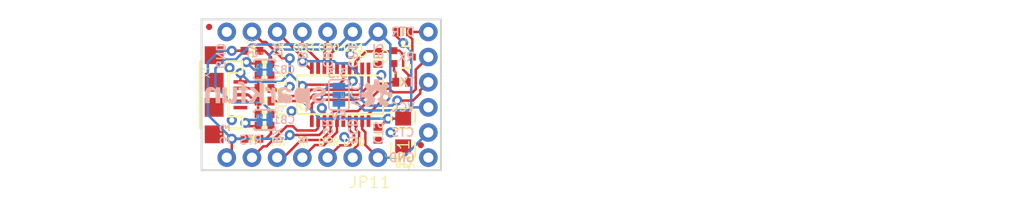
<source format=kicad_pcb>
(kicad_pcb (version 20211014) (generator pcbnew)
  (layers (0 "F.Cu" signal) (31 "B.Cu" signal) (34 "B.Paste" user) (35 "F.Paste" user) (36 "B.SilkS" user "B.Silkscreen") (37 "F.SilkS" user "F.Silkscreen") (38 "B.Mask" user) (39 "F.Mask" user) (44 "Edge.Cuts" user))
  (net 0 "")
  (net 1 "N$1")
  (net 2 "N$2")
  (net 3 "N$3")
  (net 4 "N$4")
  (net 5 "GND")
  (net 6 "VCC")
  (net 7 "CTS")
  (net 8 "TXD")
  (net 9 "RXD")
  (net 10 "DTR")
  (net 11 "3.3V")
  (net 12 "CBUS3")
  (net 13 "TXLED")
  (net 14 "RXLED")
  (net 15 "CBUS0")
  (net 16 "RI")
  (net 17 "DCD")
  (net 18 "DSR")
  (net 19 "RTS")
  (net 20 "N$5")
  (net 21 "N$6")
  (net 22 "N$7")
  (net 23 "N$8")
  (net 24 "RESET")
  (net 25 "VOUT")
  (net 26 "N$9")
  (footprint "boardEagle:1X06_NS" (layer "F.Cu") (at 159.2961 111.3536 90)
    (fp_text reference "JP1" (at -1.3462 -1.8288 90) (layer "F.SilkS") (effects (font (size 1.143 1.143) (thickness 0.127)) (justify left bottom)))
    (fp_text value "")
    (pad "1" thru_hole circle (at 0 0 180) (size 1.8796 1.8796) (drill 1.016) (layers *.Cu *.Mask) (net 5 "GND"))
    (pad "2" thru_hole circle (at 2.54 0 180) (size 1.8796 1.8796) (drill 1.016) (layers *.Cu *.Mask) (net 7 "CTS"))
    (pad "3" thru_hole circle (at 5.08 0 180) (size 1.8796 1.8796) (drill 1.016) (layers *.Cu *.Mask) (net 25 "VOUT"))
    (pad "4" thru_hole circle (at 7.62 0 180) (size 1.8796 1.8796) (drill 1.016) (layers *.Cu *.Mask) (net 8 "TXD"))
    (pad "5" thru_hole circle (at 10.16 0 180) (size 1.8796 1.8796) (drill 1.016) (layers *.Cu *.Mask) (net 9 "RXD"))
    (pad "6" thru_hole circle (at 12.7 0 180) (size 1.8796 1.8796) (drill 1.016) (layers *.Cu *.Mask) (net 24 "RESET"))
  )
  (footprint "boardEagle:0402-CAP" (layer "F.Cu") (at 154.2161 101.2698 -90)
    (fp_text reference "C5" (at -0.889 -0.6985 -90) (layer "F.SilkS") (effects (font (size 0.373888 0.373888) (thickness 0.032512)) (justify left bottom)))
    (fp_text value "0.1uF")
    (pad "1" smd rect (at -0.65 0 270) (size 0.7 0.9) (layers "F.Cu" "F.Paste" "F.Mask") (net 11 "3.3V"))
    (pad "2" smd rect (at 0.65 0 270) (size 0.7 0.9) (layers "F.Cu" "F.Paste" "F.Mask") (net 5 "GND"))
  )
  (footprint "boardEagle:0402-RES" (layer "F.Cu") (at 156.6545 103.7336)
    (fp_text reference "R5" (at -0.889 -0.6985) (layer "F.SilkS") (effects (font (size 0.373888 0.373888) (thickness 0.032512)) (justify left bottom)))
    (fp_text value "10k")
    (pad "1" smd rect (at -0.65 0) (size 0.7 0.9) (layers "F.Cu" "F.Paste" "F.Mask") (net 10 "DTR"))
    (pad "2" smd rect (at 0.65 0) (size 0.7 0.9) (layers "F.Cu" "F.Paste" "F.Mask") (net 11 "3.3V"))
  )
  (footprint "boardEagle:0402-RES" (layer "F.Cu") (at 156.7561 98.6536 180)
    (fp_text reference "R6" (at -0.889 -0.6985 180) (layer "F.SilkS") (effects (font (size 0.373888 0.373888) (thickness 0.032512)) (justify right top)))
    (fp_text value "10k")
    (pad "1" smd rect (at -0.65 0 180) (size 0.7 0.9) (layers "F.Cu" "F.Paste" "F.Mask") (net 24 "RESET"))
    (pad "2" smd rect (at 0.65 0 180) (size 0.7 0.9) (layers "F.Cu" "F.Paste" "F.Mask") (net 25 "VOUT"))
  )
  (footprint "boardEagle:SSOP20_L" (layer "F.Cu") (at 150.4061 105.0036)
    (fp_text reference "U1" (at 0 0) (layer "F.SilkS") (effects (font (size 0.376489 0.376489) (thickness 0.029911)) (justify left)))
    (fp_text value "FT231XS")
    (pad "1" smd rect (at -2.8575 2.6797 180) (size 0.381 1.143) (layers "F.Cu" "F.Paste" "F.Mask") (net 10 "DTR"))
    (pad "2" smd rect (at -2.2225 2.6797 180) (size 0.381 1.143) (layers "F.Cu" "F.Paste" "F.Mask") (net 19 "RTS"))
    (pad "3" smd rect (at -1.5875 2.6797 180) (size 0.381 1.143) (layers "F.Cu" "F.Paste" "F.Mask") (net 11 "3.3V"))
    (pad "4" smd rect (at -0.9525 2.6797 180) (size 0.381 1.143) (layers "F.Cu" "F.Paste" "F.Mask") (net 9 "RXD"))
    (pad "5" smd rect (at -0.3175 2.6797 180) (size 0.381 1.143) (layers "F.Cu" "F.Paste" "F.Mask") (net 16 "RI"))
    (pad "6" smd rect (at 0.3175 2.6797 180) (size 0.381 1.143) (layers "F.Cu" "F.Paste" "F.Mask") (net 5 "GND"))
    (pad "7" smd rect (at 0.9525 2.6797 180) (size 0.381 1.143) (layers "F.Cu" "F.Paste" "F.Mask") (net 18 "DSR"))
    (pad "8" smd rect (at 1.5875 2.6797 180) (size 0.381 1.143) (layers "F.Cu" "F.Paste" "F.Mask") (net 17 "DCD"))
    (pad "9" smd rect (at 2.2225 2.6797 180) (size 0.381 1.143) (layers "F.Cu" "F.Paste" "F.Mask") (net 7 "CTS"))
    (pad "10" smd rect (at 2.8575 2.6797 180) (size 0.381 1.143) (layers "F.Cu" "F.Paste" "F.Mask") (net 13 "TXLED"))
    (pad "11" smd rect (at 2.8575 -2.6797) (size 0.381 1.143) (layers "F.Cu" "F.Paste" "F.Mask") (net 2 "N$2"))
    (pad "12" smd rect (at 2.2225 -2.6797) (size 0.381 1.143) (layers "F.Cu" "F.Paste" "F.Mask") (net 1 "N$1"))
    (pad "13" smd rect (at 1.5875 -2.6797) (size 0.381 1.143) (layers "F.Cu" "F.Paste" "F.Mask") (net 11 "3.3V"))
    (pad "14" smd rect (at 0.9525 -2.6797) (size 0.381 1.143) (layers "F.Cu" "F.Paste" "F.Mask") (net 11 "3.3V"))
    (pad "15" smd rect (at 0.3175 -2.6797) (size 0.381 1.143) (layers "F.Cu" "F.Paste" "F.Mask") (net 6 "VCC"))
    (pad "16" smd rect (at -0.3175 -2.6797) (size 0.381 1.143) (layers "F.Cu" "F.Paste" "F.Mask") (net 5 "GND"))
    (pad "17" smd rect (at -0.9525 -2.6797) (size 0.381 1.143) (layers "F.Cu" "F.Paste" "F.Mask") (net 14 "RXLED"))
    (pad "18" smd rect (at -1.5875 -2.6797) (size 0.381 1.143) (layers "F.Cu" "F.Paste" "F.Mask") (net 15 "CBUS0"))
    (pad "19" smd rect (at -2.2225 -2.6797) (size 0.381 1.143) (layers "F.Cu" "F.Paste" "F.Mask") (net 12 "CBUS3"))
    (pad "20" smd rect (at -2.8575 -2.6797) (size 0.381 1.143) (layers "F.Cu" "F.Paste" "F.Mask") (net 8 "TXD"))
  )
  (footprint "boardEagle:EIA3216" (layer "F.Cu") (at 156.7561 108.8136 90)
    (fp_text reference "C1" (at -2.54 -1.381 90) (layer "F.SilkS") (effects (font (size 0.373888 0.373888) (thickness 0.032512)) (justify left bottom)))
    (fp_text value "10uF")
    (pad "A" smd rect (at 1.4 0 180) (size 1.6 1.4) (layers "F.Cu" "F.Paste" "F.Mask") (net 6 "VCC"))
    (pad "C" smd rect (at -1.4 0 180) (size 1.6 1.4) (layers "F.Cu" "F.Paste" "F.Mask") (net 5 "GND"))
  )
  (footprint "boardEagle:0402-CAP" (layer "F.Cu") (at 142.7861 106.9086)
    (fp_text reference "C3" (at -0.889 -0.6985) (layer "F.SilkS") (effects (font (size 0.373888 0.373888) (thickness 0.032512)) (justify left bottom)))
    (fp_text value "47pF")
    (pad "1" smd rect (at -0.65 0) (size 0.7 0.9) (layers "F.Cu" "F.Paste" "F.Mask") (net 3 "N$3"))
    (pad "2" smd rect (at 0.65 0) (size 0.7 0.9) (layers "F.Cu" "F.Paste" "F.Mask") (net 5 "GND"))
  )
  (footprint "boardEagle:CREATIVE_COMMONS" (layer "F.Cu") (at 136.4361 116.4336)
    (fp_text reference "FRAME1" hide)
    (fp_text value "FRAME-LETTER" hide)
  )
  (footprint "boardEagle:0402-RES" (layer "F.Cu") (at 142.7861 101.8286)
    (fp_text reference "R3" (at -0.889 -0.6985) (layer "F.SilkS") (effects (font (size 0.373888 0.373888) (thickness 0.032512)) (justify left bottom)))
    (fp_text value "1k")
    (pad "1" smd rect (at -0.65 0) (size 0.7 0.9) (layers "F.Cu" "F.Paste" "F.Mask") (net 22 "N$7"))
    (pad "2" smd rect (at 0.65 0) (size 0.7 0.9) (layers "F.Cu" "F.Paste" "F.Mask") (net 20 "N$5"))
  )
  (footprint "boardEagle:0402-RES" (layer "F.Cu") (at 142.7861 108.1786)
    (fp_text reference "R4" (at -0.889 -0.6985) (layer "F.SilkS") (effects (font (size 0.373888 0.373888) (thickness 0.032512)) (justify left bottom)))
    (fp_text value "1k")
    (pad "1" smd rect (at -0.65 0) (size 0.7 0.9) (layers "F.Cu" "F.Paste" "F.Mask") (net 23 "N$8"))
    (pad "2" smd rect (at 0.65 0) (size 0.7 0.9) (layers "F.Cu" "F.Paste" "F.Mask") (net 21 "N$6"))
  )
  (footprint "boardEagle:0402-CAP" (layer "F.Cu") (at 142.7861 103.0986)
    (fp_text reference "C4" (at -0.889 -0.6985) (layer "F.SilkS") (effects (font (size 0.373888 0.373888) (thickness 0.032512)) (justify left bottom)))
    (fp_text value "47pF")
    (pad "1" smd rect (at -0.65 0) (size 0.7 0.9) (layers "F.Cu" "F.Paste" "F.Mask") (net 4 "N$4"))
    (pad "2" smd rect (at 0.65 0) (size 0.7 0.9) (layers "F.Cu" "F.Paste" "F.Mask") (net 5 "GND"))
  )
  (footprint "boardEagle:USB-MICROB" (layer "F.Cu") (at 137.7061 105.0036 -90)
    (fp_text reference "X1" (at -1.6 0.35 -90) (layer "F.SilkS") (effects (font (size 0.70104 0.70104) (thickness 0.06096)) (justify left bottom)))
    (fp_text value "USB-MICROB")
    (pad "D+" smd rect (at 0 -2.65) (size 1.4 0.35) (layers "F.Cu" "F.Paste" "F.Mask") (net 3 "N$3"))
    (pad "D-" smd rect (at -0.65 -2.65) (size 1.4 0.35) (layers "F.Cu" "F.Paste" "F.Mask") (net 4 "N$4"))
    (pad "GND" smd rect (at 1.3 -2.65) (size 1.4 0.35) (layers "F.Cu" "F.Paste" "F.Mask") (net 5 "GND"))
    (pad "ID" smd rect (at 0.65 -2.65) (size 1.4 0.35) (layers "F.Cu" "F.Paste" "F.Mask"))
    (pad "MT1" smd rect (at -4 0 270) (size 1.8 1.9) (layers "F.Cu" "F.Paste" "F.Mask") (net 5 "GND"))
    (pad "MT2" smd rect (at 4 0 270) (size 1.8 1.9) (layers "F.Cu" "F.Paste" "F.Mask") (net 5 "GND"))
    (pad "P$1" smd rect (at -1.27 0 270) (size 1.9 1.9) (layers "F.Cu" "F.Paste" "F.Mask"))
    (pad "P$2" smd rect (at 1.27 0 270) (size 1.9 1.9) (layers "F.Cu" "F.Paste" "F.Mask"))
    (pad "VBUS" smd rect (at -1.3 -2.65) (size 1.4 0.35) (layers "F.Cu" "F.Paste" "F.Mask") (net 6 "VCC"))
  )
  (footprint "boardEagle:1X07_NS" (layer "F.Cu") (at 154.2161 98.6536 180)
    (fp_text reference "JP10" (at -1.3462 -1.8288 180) (layer "F.SilkS") (effects (font (size 1.143 1.143) (thickness 0.127)) (justify right top)))
    (fp_text value "")
    (pad "1" thru_hole circle (at 0 0 270) (size 1.8796 1.8796) (drill 1.016) (layers *.Cu *.Mask) (net 13 "TXLED"))
    (pad "2" thru_hole circle (at 2.54 0 270) (size 1.8796 1.8796) (drill 1.016) (layers *.Cu *.Mask) (net 14 "RXLED"))
    (pad "3" thru_hole circle (at 5.08 0 270) (size 1.8796 1.8796) (drill 1.016) (layers *.Cu *.Mask) (net 15 "CBUS0"))
    (pad "4" thru_hole circle (at 7.62 0 270) (size 1.8796 1.8796) (drill 1.016) (layers *.Cu *.Mask) (net 12 "CBUS3"))
    (pad "5" thru_hole circle (at 10.16 0 270) (size 1.8796 1.8796) (drill 1.016) (layers *.Cu *.Mask) (net 8 "TXD"))
    (pad "6" thru_hole circle (at 12.7 0 270) (size 1.8796 1.8796) (drill 1.016) (layers *.Cu *.Mask) (net 6 "VCC"))
    (pad "7" thru_hole circle (at 15.24 0 270) (size 1.8796 1.8796) (drill 1.016) (layers *.Cu *.Mask) (net 5 "GND"))
  )
  (footprint "boardEagle:LED-0603" (layer "F.Cu") (at 141.5161 109.4486 -90)
    (fp_text reference "LED1" (at -0.6985 0.889) (layer "F.SilkS") (effects (font (size 0.373888 0.373888) (thickness 0.032512)) (justify left bottom)))
    (fp_text value "RED")
    (pad "A" smd rect (at 0 0.75 270) (size 0.8 0.8) (layers "F.Cu" "F.Paste" "F.Mask") (net 11 "3.3V"))
    (pad "C" smd rect (at 0 -0.75 270) (size 0.8 0.8) (layers "F.Cu" "F.Paste" "F.Mask") (net 21 "N$6"))
  )
  (footprint "boardEagle:0402-CAP" (layer "F.Cu") (at 154.2161 108.9406 -90)
    (fp_text reference "C2" (at -0.889 -0.6985 -90) (layer "F.SilkS") (effects (font (size 0.373888 0.373888) (thickness 0.032512)) (justify left bottom)))
    (fp_text value "0.1uF")
    (pad "1" smd rect (at -0.65 0 270) (size 0.7 0.9) (layers "F.Cu" "F.Paste" "F.Mask") (net 6 "VCC"))
    (pad "2" smd rect (at 0.65 0 270) (size 0.7 0.9) (layers "F.Cu" "F.Paste" "F.Mask") (net 5 "GND"))
  )
  (footprint "boardEagle:0402-RES" (layer "F.Cu") (at 142.7861 105.6386 180)
    (fp_text reference "R2" (at -0.889 -0.6985 180) (layer "F.SilkS") (effects (font (size 0.373888 0.373888) (thickness 0.032512)) (justify right top)))
    (fp_text value "27")
    (pad "1" smd rect (at -0.65 0 180) (size 0.7 0.9) (layers "F.Cu" "F.Paste" "F.Mask") (net 2 "N$2"))
    (pad "2" smd rect (at 0.65 0 180) (size 0.7 0.9) (layers "F.Cu" "F.Paste" "F.Mask") (net 3 "N$3"))
  )
  (footprint "boardEagle:1X07_NS" (layer "F.Cu") (at 154.2161 111.3536 180)
    (fp_text reference "JP11" (at -1.3462 -1.8288 180) (layer "F.SilkS") (effects (font (size 1.143 1.143) (thickness 0.127)) (justify right top)))
    (fp_text value "")
    (pad "1" thru_hole circle (at 0 0 270) (size 1.8796 1.8796) (drill 1.016) (layers *.Cu *.Mask) (net 7 "CTS"))
    (pad "2" thru_hole circle (at 2.54 0 270) (size 1.8796 1.8796) (drill 1.016) (layers *.Cu *.Mask) (net 17 "DCD"))
    (pad "3" thru_hole circle (at 5.08 0 270) (size 1.8796 1.8796) (drill 1.016) (layers *.Cu *.Mask) (net 18 "DSR"))
    (pad "4" thru_hole circle (at 7.62 0 270) (size 1.8796 1.8796) (drill 1.016) (layers *.Cu *.Mask) (net 16 "RI"))
    (pad "5" thru_hole circle (at 10.16 0 270) (size 1.8796 1.8796) (drill 1.016) (layers *.Cu *.Mask) (net 9 "RXD"))
    (pad "6" thru_hole circle (at 12.7 0 270) (size 1.8796 1.8796) (drill 1.016) (layers *.Cu *.Mask) (net 19 "RTS"))
    (pad "7" thru_hole circle (at 15.24 0 270) (size 1.8796 1.8796) (drill 1.016) (layers *.Cu *.Mask) (net 11 "3.3V"))
  )
  (footprint "boardEagle:0402-RES" (layer "F.Cu") (at 142.7861 104.3686)
    (fp_text reference "R1" (at -0.889 -0.6985) (layer "F.SilkS") (effects (font (size 0.373888 0.373888) (thickness 0.032512)) (justify left bottom)))
    (fp_text value "27")
    (pad "1" smd rect (at -0.65 0) (size 0.7 0.9) (layers "F.Cu" "F.Paste" "F.Mask") (net 4 "N$4"))
    (pad "2" smd rect (at 0.65 0) (size 0.7 0.9) (layers "F.Cu" "F.Paste" "F.Mask") (net 1 "N$1"))
  )
  (footprint "boardEagle:SOT323" (layer "F.Cu") (at 156.7561 101.1936 -90)
    (fp_text reference "Q1" (at -1.1255 -1.878 -90) (layer "F.SilkS") (effects (font (size 0.373888 0.373888) (thickness 0.032512)) (justify left bottom)))
    (fp_text value "2N7002PW")
    (pad "1" smd rect (at -0.65 0.925 270) (size 0.7 0.7) (layers "F.Cu" "F.Paste" "F.Mask") (net 11 "3.3V"))
    (pad "2" smd rect (at 0.65 0.925 270) (size 0.7 0.7) (layers "F.Cu" "F.Paste" "F.Mask") (net 10 "DTR"))
    (pad "3" smd rect (at 0 -0.925 270) (size 0.7 0.7) (layers "F.Cu" "F.Paste" "F.Mask") (net 24 "RESET"))
  )
  (footprint "boardEagle:LED-0603" (layer "F.Cu") (at 141.5161 100.5586 -90)
    (fp_text reference "LED2" (at -0.6985 0.889) (layer "F.SilkS") (effects (font (size 0.373888 0.373888) (thickness 0.032512)) (justify left bottom)))
    (fp_text value "YELLOW")
    (pad "A" smd rect (at 0 0.75 270) (size 0.8 0.8) (layers "F.Cu" "F.Paste" "F.Mask") (net 11 "3.3V"))
    (pad "C" smd rect (at 0 -0.75 270) (size 0.8 0.8) (layers "F.Cu" "F.Paste" "F.Mask") (net 20 "N$5"))
  )
  (footprint "boardEagle:MICRO-FIDUCIAL" (layer "F.Cu") (at 137.1981 98.1456)
    (fp_text reference "JP3" hide)
    (fp_text value "FIDUCIALUFIDUCIAL" hide)
    (pad "1" smd roundrect (at 0 0) (size 0.635 0.635) (layers "F.Cu" "F.Mask") (roundrect_rratio 0.5))
  )
  (footprint "boardEagle:MICRO-FIDUCIAL" (layer "F.Cu") (at 158.5341 110.0836)
    (fp_text reference "JP4" hide)
    (fp_text value "FIDUCIALUFIDUCIAL" hide)
    (pad "1" smd roundrect (at 0 0) (size 0.635 0.635) (layers "F.Cu" "F.Mask") (roundrect_rratio 0.5))
  )
  (footprint "boardEagle:SFE-NEW-WEB" (layer "B.Cu") (at 149.0091 106.7816 180)
    (fp_text reference "JP2" hide)
    (fp_text value "LOGO-SFENW2" hide)
  )
  (footprint "boardEagle:OSHW-LOGO-S" (layer "B.Cu") (at 154.0891 105.0036 180)
    (fp_text reference "U$1" hide)
    (fp_text value "OSHW-LOGOS" hide)
  )
  (footprint "boardEagle:SJ_3" (layer "B.Cu") (at 150.2791 105.0036 -90)
    (fp_text reference "SJ1" (at -1.27 1.27 90) (layer "B.SilkS") (effects (font (size 0.373888 0.373888) (thickness 0.032512)) (justify left bottom mirror)))
    (fp_text value "")
    (pad "1" smd rect (at -0.889 0 270) (size 0.635 1.27) (layers "B.Cu" "B.Mask") (net 11 "3.3V"))
    (pad "2" smd rect (at 0 0 270) (size 0.635 1.27) (layers "B.Cu" "B.Mask") (net 25 "VOUT"))
    (pad "3" smd rect (at 0.889 0 270) (size 0.635 1.27) (layers "B.Cu" "B.Mask") (net 6 "VCC"))
  )
  (footprint "boardEagle:SJ_2S-TRACE" (layer "B.Cu") (at 142.7861 107.5436 180)
    (fp_text reference "SJ3" (at -0.9525 1.27) (layer "B.SilkS") (effects (font (size 0.373888 0.373888) (thickness 0.032512)) (justify right top mirror)))
    (fp_text value "RXLED")
    (fp_line (start -0.381 0) (end 0.381 0) (layer "B.Cu") (width 0.2032))
    (pad "1" smd rect (at -0.508 0 180) (size 0.635 1.27) (layers "B.Cu" "B.Mask") (net 14 "RXLED"))
    (pad "2" smd rect (at 0.508 0 180) (size 0.635 1.27) (layers "B.Cu" "B.Mask") (net 23 "N$8"))
  )
  (footprint "boardEagle:SJ_2S-TRACE" (layer "B.Cu") (at 142.7861 102.4636 180)
    (fp_text reference "SJ2" (at -0.9525 1.27) (layer "B.SilkS") (effects (font (size 0.373888 0.373888) (thickness 0.032512)) (justify right top mirror)))
    (fp_text value "TXLED")
    (fp_line (start -0.381 0) (end 0.381 0) (layer "B.Cu") (width 0.2032))
    (pad "1" smd rect (at -0.508 0 180) (size 0.635 1.27) (layers "B.Cu" "B.Mask") (net 13 "TXLED"))
    (pad "2" smd rect (at 0.508 0 180) (size 0.635 1.27) (layers "B.Cu" "B.Mask") (net 22 "N$7"))
  )
  (gr_line (start 136.4361 97.3836) (end 136.4361 112.6236) (layer "Edge.Cuts") (width 0.2032))
  (gr_line (start 136.4361 112.6236) (end 160.5661 112.6236) (layer "Edge.Cuts") (width 0.2032))
  (gr_line (start 160.5661 97.3836) (end 136.4361 97.3836) (layer "Edge.Cuts") (width 0.2032))
  (gr_line (start 160.5661 112.6236) (end 160.5661 97.3836) (layer "Edge.Cuts") (width 0.2032))
  (gr_text "RX" (at 144.0561 110.0836 -90) (layer "B.SilkS") (effects (font (size 0.8636 0.8636) (thickness 0.1524)) (justify left mirror)))
  (gr_text "DTR" (at 158.0261 98.6536) (layer "B.SilkS") (effects (font (size 0.8636 0.8636) (thickness 0.1524)) (justify left mirror)))
  (gr_text "TX" (at 144.0561 99.6696 -90) (layer "B.SilkS") (effects (font (size 0.8636 0.8636) (thickness 0.1524)) (justify right mirror)))
  (gr_text "CTS" (at 154.2161 110.0836 -90) (layer "B.SilkS") (effects (font (size 0.8636 0.8636) (thickness 0.1524)) (justify left mirror)))
  (gr_text "VCC" (at 158.0261 106.2736) (layer "B.SilkS") (effects (font (size 0.8636 0.8636) (thickness 0.1524)) (justify left mirror)))
  (gr_text "CB1" (at 143.5481 107.5436) (layer "B.SilkS") (effects (font (size 0.75565 0.75565) (thickness 0.13335)) (justify right mirror)))
  (gr_text "3.3" (at 150.1521 103.3526) (layer "B.SilkS") (effects (font (size 0.8636 0.8636) (thickness 0.1524)) (justify bottom mirror)))
  (gr_text "CB3" (at 146.5961 99.6696 -90) (layer "B.SilkS") (effects (font (size 0.8636 0.8636) (thickness 0.1524)) (justify right mirror)))
  (gr_text "CB0" (at 149.1361 99.6696 -90) (layer "B.SilkS") (effects (font (size 0.8636 0.8636) (thickness 0.1524)) (justify right mirror)))
  (gr_text "5V" (at 150.2791 106.6546) (layer "B.SilkS") (effects (font (size 0.8636 0.8636) (thickness 0.1524)) (justify top mirror)))
  (gr_text "3.3" (at 138.7221 110.0836 -90) (layer "B.SilkS") (effects (font (size 0.8636 0.8636) (thickness 0.1524)) (justify left mirror)))
  (gr_text "DSR" (at 149.1361 110.0836 -90) (layer "B.SilkS") (effects (font (size 0.8636 0.8636) (thickness 0.1524)) (justify left mirror)))
  (gr_text "RI" (at 146.5961 110.0836 -90) (layer "B.SilkS") (effects (font (size 0.8636 0.8636) (thickness 0.1524)) (justify left mirror)))
  (gr_text "CB2" (at 143.5481 102.4636) (layer "B.SilkS") (effects (font (size 0.75565 0.75565) (thickness 0.13335)) (justify right mirror)))
  (gr_text "GND" (at 138.3411 99.6696 -90) (layer "B.SilkS") (effects (font (size 0.8636 0.8636) (thickness 0.1524)) (justify right mirror)))
  (gr_text "CTS" (at 157.979881 108.798194) (layer "B.SilkS") (effects (font (size 0.8636 0.8636) (thickness 0.1524)) (justify left mirror)))
  (gr_text "GND" (at 158.0261 111.3536) (layer "B.SilkS") (effects (font (size 0.8636 0.8636) (thickness 0.1524)) (justify left mirror)))
  (gr_text "CB2" (at 154.2161 99.6696 -90) (layer "B.SilkS") (effects (font (size 0.8636 0.8636) (thickness 0.1524)) (justify right mirror)))
  (gr_text "DCD" (at 151.6761 110.0836 -90) (layer "B.SilkS") (effects (font (size 0.8636 0.8636) (thickness 0.1524)) (justify left mirror)))
  (gr_text "RX" (at 158.0261 101.1936) (layer "B.SilkS") (effects (font (size 0.8636 0.8636) (thickness 0.1524)) (justify left mirror)))
  (gr_text "RTS" (at 141.3891 110.0836) (layer "B.SilkS") (effects (font (size 0.8636 0.8636) (thickness 0.1524)) (justify bottom mirror)))
  (gr_text "VCC" (at 151.9301 106.2736 -90) (layer "B.SilkS") (effects (font (size 0.8636 0.8636) (thickness 0.1524)) (justify left mirror)))
  (gr_text "TX" (at 158.0261 103.7336) (layer "B.SilkS") (effects (font (size 0.8636 0.8636) (thickness 0.1524)) (justify left mirror)))
  (gr_text "5V" (at 141.5161 99.6696 -90) (layer "B.SilkS") (effects (font (size 0.8636 0.8636) (thickness 0.1524)) (justify right mirror)))
  (gr_text "CB1" (at 151.6761 99.6696 -90) (layer "B.SilkS") (effects (font (size 0.8636 0.8636) (thickness 0.1524)) (justify right mirror)))
  (gr_text "DCD" (at 151.8031 109.3216) (layer "F.SilkS") (effects (font (size 0.75565 0.75565) (thickness 0.13335)) (justify top)))
  (gr_text "CB3" (at 146.7231 100.6856) (layer "F.SilkS") (effects (font (size 0.75565 0.75565) (thickness 0.13335)) (justify bottom)))
  (gr_text "TX" (at 144.1831 100.6856) (layer "F.SilkS") (effects (font (size 0.75565 0.75565) (thickness 0.13335)) (justify bottom)))
  (gr_text "CB0" (at 149.2631 100.6856) (layer "F.SilkS") (effects (font (size 0.75565 0.75565) (thickness 0.13335)) (justify bottom)))
  (gr_text "BLK" (at 158.1023 111.9632) (layer "F.SilkS") (effects (font (size 0.75565 0.75565) (thickness 0.13335)) (justify right)))
  (gr_text "FT231X" (at 144.0561 104.8766 90) (layer "F.SilkS") (effects (font (size 0.8636 0.8636) (thickness 0.1524)) (justify top)))
  (gr_text "RX" (at 144.1831 109.3216) (layer "F.SilkS") (effects (font (size 0.75565 0.75565) (thickness 0.13335)) (justify top)))
  (gr_text "CB1" (at 151.8031 100.6856) (layer "F.SilkS") (effects (font (size 0.75565 0.75565) (thickness 0.13335)) (justify bottom)))
  (gr_text "DSR" (at 149.2631 109.3216) (layer "F.SilkS") (effects (font (size 0.75565 0.75565) (thickness 0.13335)) (justify top)))
  (gr_text "RI" (at 146.7231 109.3216) (layer "F.SilkS") (effects (font (size 0.75565 0.75565) (thickness 0.13335)) (justify top)))
  (segment (start 144.5641 105.1306) (end 146.8501 105.1306) (width 0.254) (layer "F.Cu") (net 1))
  (segment (start 146.8501 105.1306) (end 147.4851 104.4956) (width 0.254) (layer "F.Cu") (net 1))
  (segment (start 147.4851 104.4956) (end 152.1841 104.4956) (width 0.254) (layer "F.Cu") (net 1))
  (segment (start 143.8021 104.3686) (end 144.5641 105.1306) (width 0.254) (layer "F.Cu") (net 1))
  (segment (start 152.6286 102.3239) (end 152.6286 104.0511) (width 0.254) (layer "F.Cu") (net 1))
  (segment (start 152.1841 104.4956) (end 152.6286 104.0511) (width 0.254) (layer "F.Cu") (net 1))
  (segment (start 143.4361 104.3686) (end 143.8021 104.3686) (width 0.254) (layer "F.Cu") (net 1))
  (segment (start 147.7391 105.0036) (end 152.3619 105.0036) (width 0.254) (layer "F.Cu") (net 2))
  (segment (start 153.2636 102.3239) (end 153.2636 104.1019) (width 0.254) (layer "F.Cu") (net 2))
  (segment (start 147.1041 105.6386) (end 147.7391 105.0036) (width 0.254) (layer "F.Cu") (net 2))
  (segment (start 152.3619 105.0036) (end 153.2636 104.1019) (width 0.254) (layer "F.Cu") (net 2))
  (segment (start 143.4361 105.6386) (end 147.1041 105.6386) (width 0.254) (layer "F.Cu") (net 2))
  (segment (start 141.1351 105.0036) (end 141.7701 105.6386) (width 0.254) (layer "F.Cu") (net 3))
  (segment (start 140.3561 105.0036) (end 141.1351 105.0036) (width 0.254) (layer "F.Cu") (net 3))
  (segment (start 142.1361 106.9086) (end 142.1361 105.6386) (width 0.254) (layer "F.Cu") (net 3))
  (segment (start 142.1361 105.6386) (end 141.7701 105.6386) (width 0.254) (layer "F.Cu") (net 3))
  (segment (start 142.1361 104.3686) (end 142.1361 103.0986) (width 0.254) (layer "F.Cu") (net 4))
  (segment (start 140.3561 104.3536) (end 142.1211 104.3536) (width 0.254) (layer "F.Cu") (net 4))
  (segment (start 142.1211 104.3536) (end 142.1361 104.3686) (width 0.254) (layer "F.Cu") (net 4))
  (via (at 139.2555 102.2858) (size 1.016) (drill 0.508) (layers "F.Cu" "B.Cu") (net 5))
  (via (at 145.5039 106.6546) (size 1.016) (drill 0.508) (layers "F.Cu" "B.Cu") (net 5))
  (via (at 155.4861 108.8136) (size 1.016) (drill 0.508) (layers "F.Cu" "B.Cu") (net 5))
  (via (at 151.4475 100.8888) (size 1.016) (drill 0.508) (layers "F.Cu" "B.Cu") (net 5))
  (via (at 150.8252 109.2708) (size 1.016) (drill 0.508) (layers "F.Cu" "B.Cu") (net 5))
  (via (at 139.4841 107.569) (size 1.016) (drill 0.508) (layers "F.Cu" "B.Cu") (net 5))
  (via (at 154.5463 102.997) (size 1.016) (drill 0.508) (layers "F.Cu" "B.Cu") (net 5))
  (via (at 145.3261 104.1908) (size 1.016) (drill 0.508) (layers "F.Cu" "B.Cu") (net 5))
  (segment (start 154.2161 108.2906) (end 154.3581 108.2906) (width 0.254) (layer "F.Cu") (net 6))
  (segment (start 156.7531 107.4166) (end 156.7561 107.4136) (width 0.254) (layer "F.Cu") (net 6))
  (segment (start 140.3561 103.7036) (end 140.3561 102.8146) (width 0.254) (layer "F.Cu") (net 6))
  (segment (start 142.9131 99.6696) (end 144.5641 101.3206) (width 0.254) (layer "F.Cu") (net 6))
  (segment (start 150.2791 103.9876) (end 146.7231 103.9876) (width 0.254) (layer "F.Cu") (net 6))
  (segment (start 144.5641 101.3206) (end 145.3261 101.3206) (width 0.254) (layer "F.Cu") (net 6))
  (segment (start 150.7236 102.3239) (end 150.7236 103.5431) (width 0.254) (layer "F.Cu") (net 6))
  (segment (start 142.5321 99.6696) (end 142.9131 99.6696) (width 0.254) (layer "F.Cu") (net 6))
  (segment (start 154.3581 108.2906) (end 155.2321 107.4166) (width 0.254) (layer "F.Cu") (net 6))
  (segment (start 146.7231 103.9876) (end 146.5961 104.1146) (width 0.254) (layer "F.Cu") (net 6))
  (segment (start 150.7236 103.5431) (end 150.2791 103.9876) (width 0.254) (layer "F.Cu") (net 6))
  (segment (start 155.2321 107.4166) (end 156.7531 107.4166) (width 0.254) (layer "F.Cu") (net 6))
  (segment (start 142.5321 99.6696) (end 141.5161 98.6536) (width 0.254) (layer "F.Cu") (net 6))
  (via (at 145.3261 101.3206) (size 1.016) (drill 0.508) (layers "F.Cu" "B.Cu") (net 6))
  (via (at 146.5961 104.1146) (size 1.016) (drill 0.508) (layers "F.Cu" "B.Cu") (net 6))
  (via (at 140.3561 102.8146) (size 1.016) (drill 0.508) (layers "F.Cu" "B.Cu") (net 6))
  (via (at 155.2321 107.4166) (size 1.016) (drill 0.508) (layers "F.Cu" "B.Cu") (net 6))
  (segment (start 140.3561 102.8146) (end 141.2451 103.7036) (width 0.254) (layer "B.Cu") (net 6))
  (segment (start 145.3261 102.8446) (end 144.4671 103.7036) (width 0.254) (layer "B.Cu") (net 6))
  (segment (start 150.2791 105.8926) (end 150.2791 107.4166) (width 0.254) (layer "B.Cu") (net 6))
  (segment (start 145.3261 102.8446) (end 145.3261 101.3206) (width 0.254) (layer "B.Cu") (net 6))
  (segment (start 150.2791 107.4166) (end 148.3741 107.4166) (width 0.254) (layer "B.Cu") (net 6))
  (segment (start 145.3261 102.8446) (end 146.5961 104.1146) (width 0.254) (layer "B.Cu") (net 6))
  (segment (start 146.5961 105.6386) (end 148.3741 107.4166) (width 0.254) (layer "B.Cu") (net 6))
  (segment (start 141.2451 103.7036) (end 144.4671 103.7036) (width 0.254) (layer "B.Cu") (net 6))
  (segment (start 155.2321 107.4166) (end 150.2791 107.4166) (width 0.254) (layer "B.Cu") (net 6))
  (segment (start 146.5961 104.1146) (end 146.5961 105.6386) (width 0.254) (layer "B.Cu") (net 6))
  (segment (start 152.9461 108.7882) (end 152.9461 110.0836) (width 0.254) (layer "F.Cu") (net 7))
  (segment (start 152.9461 110.0836) (end 154.2161 111.3536) (width 0.254) (layer "F.Cu") (net 7))
  (segment (start 152.6286 108.4707) (end 152.9461 108.7882) (width 0.254) (layer "F.Cu") (net 7))
  (segment (start 152.6286 107.6833) (end 152.6286 108.4707) (width 0.254) (layer "F.Cu") (net 7))
  (segment (start 156.7561 111.3536) (end 159.2961 108.8136) (width 0.254) (layer "B.Cu") (net 7))
  (segment (start 154.2161 111.3536) (end 156.7561 111.3536) (width 0.254) (layer "B.Cu") (net 7))
  (segment (start 157.7467 105.5878) (end 158.4833 104.8512) (width 0.254) (layer "F.Cu") (net 8))
  (segment (start 156.1719 105.5878) (end 157.7467 105.5878) (width 0.254) (layer "F.Cu") (net 8))
  (segment (start 146.6088 101.6127) (end 146.6088 101.2063) (width 0.254) (layer "F.Cu") (net 8))
  (segment (start 147.32 102.3239) (end 146.6088 101.6127) (width 0.254) (layer "F.Cu") (net 8))
  (segment (start 146.6088 101.2063) (end 144.0561 98.6536) (width 0.254) (layer "F.Cu") (net 8))
  (segment (start 147.5486 102.3239) (end 147.32 102.3239) (width 0.254) (layer "F.Cu") (net 8))
  (segment (start 158.4833 104.8512) (end 158.4833 104.5464) (width 0.254) (layer "F.Cu") (net 8))
  (segment (start 158.4833 104.5464) (end 159.2961 103.7336) (width 0.254) (layer "F.Cu") (net 8))
  (via (at 146.6088 101.6127) (size 1.016) (drill 0.508) (layers "F.Cu" "B.Cu") (net 8))
  (via (at 156.1719 105.5878) (size 1.016) (drill 0.508) (layers "F.Cu" "B.Cu") (net 8))
  (segment (start 150.0251 101.8286) (end 151.1681 101.8286) (width 0.254) (layer "B.Cu") (net 8))
  (segment (start 153.1493 106.0958) (end 155.6639 106.0958) (width 0.254) (layer "B.Cu") (net 8))
  (segment (start 152.5651 105.5116) (end 153.1493 106.0958) (width 0.254) (layer "B.Cu") (net 8))
  (segment (start 152.5651 103.2256) (end 152.5651 105.5116) (width 0.254) (layer "B.Cu") (net 8))
  (segment (start 155.6639 106.0958) (end 156.1719 105.5878) (width 0.254) (layer "B.Cu") (net 8))
  (segment (start 149.8092 101.6127) (end 150.0251 101.8286) (width 0.254) (layer "B.Cu") (net 8))
  (segment (start 146.6088 101.6127) (end 149.8092 101.6127) (width 0.254) (layer "B.Cu") (net 8))
  (segment (start 151.1681 101.8286) (end 152.5651 103.2256) (width 0.254) (layer "B.Cu") (net 8))
  (segment (start 149.4536 107.6833) (end 149.4536 108.6485) (width 0.254) (layer "F.Cu") (net 9))
  (segment (start 152.2095 106.6546) (end 154.4701 104.394) (width 0.254) (layer "F.Cu") (net 9))
  (segment (start 158.0261 102.4636) (end 159.2961 101.1936) (width 0.254) (layer "F.Cu") (net 9))
  (segment (start 146.4691 109.5756) (end 148.5265 109.5756) (width 0.254) (layer "F.Cu") (net 9))
  (segment (start 155.3591 104.394) (end 155.7147 104.7496) (width 0.254) (layer "F.Cu") (net 9))
  (segment (start 158.0261 104.4448) (end 158.0261 102.4636) (width 0.254) (layer "F.Cu") (net 9))
  (segment (start 144.0561 111.3536) (end 144.6911 111.3536) (width 0.254) (layer "F.Cu") (net 9))
  (segment (start 157.7213 104.7496) (end 158.0261 104.4448) (width 0.254) (layer "F.Cu") (net 9))
  (segment (start 154.4701 104.394) (end 155.3591 104.394) (width 0.254) (layer "F.Cu") (net 9))
  (segment (start 155.7147 104.7496) (end 157.7213 104.7496) (width 0.254) (layer "F.Cu") (net 9))
  (segment (start 149.4536 107.6833) (end 149.4536 106.9975) (width 0.254) (layer "F.Cu") (net 9))
  (segment (start 144.6911 111.3536) (end 146.4691 109.5756) (width 0.254) (layer "F.Cu") (net 9))
  (segment (start 149.4536 106.9975) (end 149.7965 106.6546) (width 0.254) (layer "F.Cu") (net 9))
  (segment (start 149.7965 106.6546) (end 152.2095 106.6546) (width 0.254) (layer "F.Cu") (net 9))
  (segment (start 149.4536 108.6485) (end 148.5265 109.5756) (width 0.254) (layer "F.Cu") (net 9))
  (segment (start 154.1907 103.886) (end 152.5651 105.5116) (width 0.254) (layer "F.Cu") (net 10))
  (segment (start 147.5486 107.6833) (end 147.5486 105.9561) (width 0.254) (layer "F.Cu") (net 10))
  (segment (start 155.3337 103.886) (end 154.1907 103.886) (width 0.254) (layer "F.Cu") (net 10))
  (segment (start 147.9931 105.5116) (end 152.5651 105.5116) (width 0.254) (layer "F.Cu") (net 10))
  (segment (start 147.5486 105.9561) (end 147.9931 105.5116) (width 0.254) (layer "F.Cu") (net 10))
  (segment (start 155.8311 102.5546) (end 156.0045 102.728) (width 0.254) (layer "F.Cu") (net 10))
  (segment (start 156.0045 103.7336) (end 156.0045 102.728) (width 0.254) (layer "F.Cu") (net 10))
  (segment (start 155.4861 103.7336) (end 155.3337 103.886) (width 0.254) (layer "F.Cu") (net 10))
  (segment (start 155.8311 101.8436) (end 155.8311 102.5546) (width 0.254) (layer "F.Cu") (net 10))
  (segment (start 156.0045 103.7336) (end 155.4861 103.7336) (width 0.254) (layer "F.Cu") (net 10))
  (segment (start 139.4841 109.4486) (end 139.4841 110.8456) (width 0.254) (layer "F.Cu") (net 11))
  (segment (start 153.0119 100.6198) (end 151.9936 101.6381) (width 0.254) (layer "F.Cu") (net 11))
  (segment (start 148.8186 106.6038) (end 148.5646 106.3498) (width 0.254) (layer "F.Cu") (net 11))
  (segment (start 151.3586 102.3239) (end 151.3586 103.2891) (width 0.254) (layer "F.Cu") (net 11))
  (segment (start 139.4841 110.8456) (end 138.9761 111.3536) (width 0.254) (layer "F.Cu") (net 11))
  (segment (start 156.7561 100.9396) (end 156.3601 100.5436) (width 0.254) (layer "F.Cu") (net 11))
  (segment (start 145.3261 109.0676) (end 148.2979 109.0676) (width 0.254) (layer "F.Cu") (net 11))
  (segment (start 157.3045 103.012) (end 156.7561 102.4636) (width 0.254) (layer "F.Cu") (net 11))
  (segment (start 148.8186 107.6833) (end 148.8186 108.5469) (width 0.254) (layer "F.Cu") (net 11))
  (segment (start 151.3586 103.2891) (end 151.6761 103.6066) (width 0.254) (layer "F.Cu") (net 11))
  (segment (start 154.2161 100.6198) (end 155.7549 100.6198) (width 0.254) (layer "F.Cu") (net 11))
  (segment (start 148.2979 109.0676) (end 148.8186 108.5469) (width 0.254) (layer "F.Cu") (net 11))
  (segment (start 154.2161 100.6198) (end 153.0119 100.6198) (width 0.254) (layer "F.Cu") (net 11))
  (segment (start 148.8186 107.6833) (end 148.8186 106.6038) (width 0.254) (layer "F.Cu") (net 11))
  (segment (start 151.9936 102.3239) (end 151.9936 101.6381) (width 0.254) (layer "F.Cu") (net 11))
  (segment (start 151.9936 102.3239) (end 151.3586 102.3239) (width 0.254) (layer "F.Cu") (net 11))
  (segment (start 155.7549 100.6198) (end 155.8311 100.5436) (width 0.254) (layer "F.Cu") (net 11))
  (segment (start 157.3045 103.7336) (end 157.3045 103.012) (width 0.254) (layer "F.Cu") (net 11))
  (segment (start 156.7561 102.4636) (end 156.7561 100.9396) (width 0.254) (layer "F.Cu") (net 11))
  (segment (start 140.7661 109.4486) (end 139.4841 109.4486) (width 0.254) (layer "F.Cu") (net 11))
  (segment (start 155.8311 100.5436) (end 156.3601 100.5436) (width 0.254) (layer "F.Cu") (net 11))
  (segment (start 140.7661 100.5586) (end 139.4841 100.5586) (width 0.254) (layer "F.Cu") (net 11))
  (via (at 148.5646 106.3498) (size 1.016) (drill 0.508) (layers "F.Cu" "B.Cu") (net 11))
  (via (at 151.6761 103.6066) (size 1.016) (drill 0.508) (layers "F.Cu" "B.Cu") (net 11))
  (via (at 139.4841 100.5586) (size 1.016) (drill 0.508) (layers "F.Cu" "B.Cu") (net 11))
  (via (at 139.4841 109.4486) (size 1.016) (drill 0.508) (layers "F.Cu" "B.Cu") (net 11))
  (via (at 145.3261 109.0676) (size 1.016) (drill 0.508) (layers "F.Cu" "B.Cu") (net 11))
  (segment (start 150.2791 104.1146) (end 149.2631 104.1146) (width 0.254) (layer "B.Cu") (net 11))
  (segment (start 148.5646 106.3498) (end 148.5646 104.8131) (width 0.254) (layer "B.Cu") (net 11))
  (segment (start 137.0711 107.0356) (end 137.0711 101.7016) (width 0.254) (layer "B.Cu") (net 11))
  (segment (start 150.2791 104.1146) (end 151.1681 104.1146) (width 0.254) (layer "B.Cu") (net 11))
  (segment (start 145.3261 109.0676) (end 144.9451 109.4486) (width 0.254) (layer "B.Cu") (net 11))
  (segment (start 139.4841 100.5586) (end 138.2141 100.5586) (width 0.254) (layer "B.Cu") (net 11))
  (segment (start 144.9451 109.4486) (end 139.4841 109.4486) (width 0.254) (layer "B.Cu") (net 11))
  (segment (start 138.2141 100.5586) (end 137.0711 101.7016) (width 0.254) (layer "B.Cu") (net 11))
  (segment (start 148.5646 104.8131) (end 149.2631 104.1146) (width 0.254) (layer "B.Cu") (net 11))
  (segment (start 137.0711 107.0356) (end 139.4841 109.4486) (width 0.254) (layer "B.Cu") (net 11))
  (segment (start 151.1681 104.1146) (end 151.6761 103.6066) (width 0.254) (layer "B.Cu") (net 11))
  (segment (start 148.1836 101.5111) (end 146.5961 99.9236) (width 0.254) (layer "F.Cu") (net 12))
  (segment (start 146.5961 99.9236) (end 146.5961 98.6536) (width 0.254) (layer "F.Cu") (net 12))
  (segment (start 148.1836 102.3239) (end 148.1836 101.5111) (width 0.254) (layer "F.Cu") (net 12))
  (segment (start 153.2636 106.9467) (end 154.9781 105.2322) (width 0.254) (layer "F.Cu") (net 13))
  (segment (start 153.2636 107.6833) (end 153.2636 106.9467) (width 0.254) (layer "F.Cu") (net 13))
  (via (at 154.9781 105.2322) (size 1.016) (drill 0.508) (layers "F.Cu" "B.Cu") (net 13))
  (segment (start 152.9461 99.9236) (end 154.2161 98.6536) (width 0.254) (layer "B.Cu") (net 13))
  (segment (start 143.2941 100.9396) (end 143.8021 100.4316) (width 0.254) (layer "B.Cu") (net 13))
  (segment (start 155.4607 104.7496) (end 155.4607 99.8982) (width 0.254) (layer "B.Cu") (net 13))
  (segment (start 150.6601 100.4316) (end 151.1681 99.9236) (width 0.254) (layer "B.Cu") (net 13))
  (segment (start 151.1681 99.9236) (end 152.9461 99.9236) (width 0.254) (layer "B.Cu") (net 13))
  (segment (start 154.9781 105.2322) (end 155.4607 104.7496) (width 0.254) (layer "B.Cu") (net 13))
  (segment (start 155.4607 99.8982) (end 154.2161 98.6536) (width 0.254) (layer "B.Cu") (net 13))
  (segment (start 143.2941 102.4636) (end 143.2941 100.9396) (width 0.254) (layer "B.Cu") (net 13))
  (segment (start 143.8021 100.4316) (end 150.6601 100.4316) (width 0.254) (layer "B.Cu") (net 13))
  (segment (start 149.4536 100.8761) (end 151.6761 98.6536) (width 0.254) (layer "F.Cu") (net 14))
  (segment (start 149.4536 100.8761) (end 149.4536 102.3239) (width 0.254) (layer "F.Cu") (net 14))
  (segment (start 141.3891 99.9236) (end 150.4061 99.9236) (width 0.254) (layer "B.Cu") (net 14))
  (segment (start 139.8651 101.4476) (end 141.3891 99.9236) (width 0.254) (layer "B.Cu") (net 14))
  (segment (start 143.2941 107.5436) (end 143.2941 106.5276) (width 0.254) (layer "B.Cu") (net 14))
  (segment (start 142.5321 105.7656) (end 139.4841 105.7656) (width 0.254) (layer "B.Cu") (net 14))
  (segment (start 150.4061 99.9236) (end 151.6761 98.6536) (width 0.254) (layer "B.Cu") (net 14))
  (segment (start 143.2941 106.5276) (end 142.5321 105.7656) (width 0.254) (layer "B.Cu") (net 14))
  (segment (start 139.4841 105.7656) (end 137.8331 104.1146) (width 0.254) (layer "B.Cu") (net 14))
  (segment (start 137.8331 104.1146) (end 137.8331 102.3366) (width 0.254) (layer "B.Cu") (net 14))
  (segment (start 138.7221 101.4476) (end 139.8651 101.4476) (width 0.254) (layer "B.Cu") (net 14))
  (segment (start 137.8331 102.3366) (end 138.7221 101.4476) (width 0.254) (layer "B.Cu") (net 14))
  (segment (start 148.8186 100.2411) (end 149.1361 99.9236) (width 0.254) (layer "F.Cu") (net 15))
  (segment (start 149.1361 99.9236) (end 149.1361 98.6536) (width 0.254) (layer "F.Cu") (net 15))
  (segment (start 148.8186 102.3239) (end 148.8186 100.2411) (width 0.254) (layer "F.Cu") (net 15))
  (segment (start 147.8661 110.0836) (end 146.5961 111.3536) (width 0.254) (layer "F.Cu") (net 16))
  (segment (start 148.7805 110.0836) (end 147.8661 110.0836) (width 0.254) (layer "F.Cu") (net 16))
  (segment (start 150.0886 108.7755) (end 148.7805 110.0836) (width 0.254) (layer "F.Cu") (net 16))
  (segment (start 150.0886 107.6833) (end 150.0886 108.7755) (width 0.254) (layer "F.Cu") (net 16))
  (segment (start 151.6761 110.5916) (end 152.3111 109.9566) (width 0.254) (layer "F.Cu") (net 17))
  (segment (start 152.3111 108.8136) (end 151.9936 108.4961) (width 0.254) (layer "F.Cu") (net 17))
  (segment (start 152.3111 109.9566) (end 152.3111 108.8136) (width 0.254) (layer "F.Cu") (net 17))
  (segment (start 151.9936 107.6833) (end 151.9936 108.4961) (width 0.254) (layer "F.Cu") (net 17))
  (segment (start 151.6761 111.3536) (end 151.6761 110.5916) (width 0.254) (layer "F.Cu") (net 17))
  (segment (start 151.8031 109.7026) (end 151.8031 109.0422) (width 0.254) (layer "F.Cu") (net 18))
  (segment (start 151.3586 107.6833) (end 151.3586 108.5977) (width 0.254) (layer "F.Cu") (net 18))
  (segment (start 151.3967 110.109) (end 151.8031 109.7026) (width 0.254) (layer "F.Cu") (net 18))
  (segment (start 151.3586 108.5977) (end 151.8031 109.0422) (width 0.254) (layer "F.Cu") (net 18))
  (segment (start 150.3807 110.109) (end 151.3967 110.109) (width 0.254) (layer "F.Cu") (net 18))
  (segment (start 149.1361 111.3536) (end 150.3807 110.109) (width 0.254) (layer "F.Cu") (net 18))
  (segment (start 141.5161 111.3536) (end 142.6591 110.2106) (width 0.254) (layer "F.Cu") (net 19))
  (segment (start 142.6591 110.2106) (end 142.9893 110.2106) (width 0.254) (layer "F.Cu") (net 19))
  (segment (start 146.0627 108.6104) (end 145.6309 108.1786) (width 0.254) (layer "F.Cu") (net 19))
  (segment (start 148.1836 107.6833) (end 148.1836 108.3691) (width 0.254) (layer "F.Cu") (net 19))
  (segment (start 148.1836 108.3691) (end 147.9423 108.6104) (width 0.254) (layer "F.Cu") (net 19))
  (segment (start 147.9423 108.6104) (end 146.0627 108.6104) (width 0.254) (layer "F.Cu") (net 19))
  (segment (start 145.0213 108.1786) (end 142.9893 110.2106) (width 0.254) (layer "F.Cu") (net 19))
  (segment (start 145.6309 108.1786) (end 145.0213 108.1786) (width 0.254) (layer "F.Cu") (net 19))
  (segment (start 143.4361 101.2086) (end 142.7861 100.5586) (width 0.254) (layer "F.Cu") (net 20))
  (segment (start 142.7861 100.5586) (end 142.2661 100.5586) (width 0.254) (layer "F.Cu") (net 20))
  (segment (start 143.4361 101.8286) (end 143.4361 101.2086) (width 0.254) (layer "F.Cu") (net 20))
  (segment (start 142.9131 109.4486) (end 142.2661 109.4486) (width 0.254) (layer "F.Cu") (net 21))
  (segment (start 143.5361 108.2786) (end 143.4361 108.1786) (width 0.254) (layer "F.Cu") (net 21))
  (segment (start 143.4361 108.1786) (end 143.4361 108.9256) (width 0.254) (layer "F.Cu") (net 21))
  (segment (start 143.4361 108.9256) (end 142.9131 109.4486) (width 0.254) (layer "F.Cu") (net 21))
  (segment (start 141.0843 101.8286) (end 140.9573 101.7016) (width 0.254) (layer "F.Cu") (net 22))
  (segment (start 142.1361 101.8286) (end 141.0843 101.8286) (width 0.254) (layer "F.Cu") (net 22))
  (via (at 140.9573 101.7016) (size 1.016) (drill 0.508) (layers "F.Cu" "B.Cu") (net 22))
  (segment (start 141.7193 102.4636) (end 140.9573 101.7016) (width 0.254) (layer "B.Cu") (net 22))
  (segment (start 142.2781 102.4636) (end 141.7193 102.4636) (width 0.254) (layer "B.Cu") (net 22))
  (segment (start 141.1859 108.1786) (end 140.8557 107.8484) (width 0.254) (layer "F.Cu") (net 23))
  (segment (start 142.1361 108.1786) (end 141.1859 108.1786) (width 0.254) (layer "F.Cu") (net 23))
  (via (at 140.8557 107.8484) (size 1.016) (drill 0.508) (layers "F.Cu" "B.Cu") (net 23))
  (segment (start 142.2781 107.5436) (end 141.1605 107.5436) (width 0.254) (layer "B.Cu") (net 23))
  (segment (start 141.1605 107.5436) (end 140.8557 107.8484) (width 0.254) (layer "B.Cu") (net 23))
  (segment (start 157.4061 98.6536) (end 159.2961 98.6536) (width 0.254) (layer "F.Cu") (net 24))
  (segment (start 157.6811 99.3856) (end 157.4061 99.1106) (width 0.254) (layer "F.Cu") (net 24))
  (segment (start 157.6811 101.1936) (end 157.6811 99.3856) (width 0.254) (layer "F.Cu") (net 24))
  (segment (start 157.4061 98.6536) (end 157.4061 99.1106) (width 0.254) (layer "F.Cu") (net 24))
  (segment (start 156.1061 99.1212) (end 156.7561 99.7712) (width 0.254) (layer "F.Cu") (net 25))
  (segment (start 156.1061 98.6536) (end 156.1061 99.1212) (width 0.254) (layer "F.Cu") (net 25))
  (via (at 156.7561 99.7712) (size 1.016) (drill 0.508) (layers "F.Cu" "B.Cu") (net 25))
  (segment (start 159.2961 106.2736) (end 157.5689 106.2736) (width 0.254) (layer "B.Cu") (net 25))
  (segment (start 150.2791 105.0036) (end 151.2697 105.0036) (width 0.254) (layer "B.Cu") (net 25))
  (segment (start 157.2641 106.5784) (end 157.5689 106.2736) (width 0.254) (layer "B.Cu") (net 25))
  (segment (start 157.5689 100.584) (end 157.5689 106.2736) (width 0.254) (layer "B.Cu") (net 25))
  (segment (start 156.7561 99.7712) (end 157.5689 100.584) (width 0.254) (layer "B.Cu") (net 25))
  (segment (start 152.8445 106.5784) (end 157.2641 106.5784) (width 0.254) (layer "B.Cu") (net 25))
  (segment (start 151.2697 105.0036) (end 152.8445 106.5784) (width 0.254) (layer "B.Cu") (net 25))
  (segment (start 150.2791 105.8926) (end 150.2791 105.1306) (width 0.254) (layer "B.Cu") (net 26))
)
</source>
